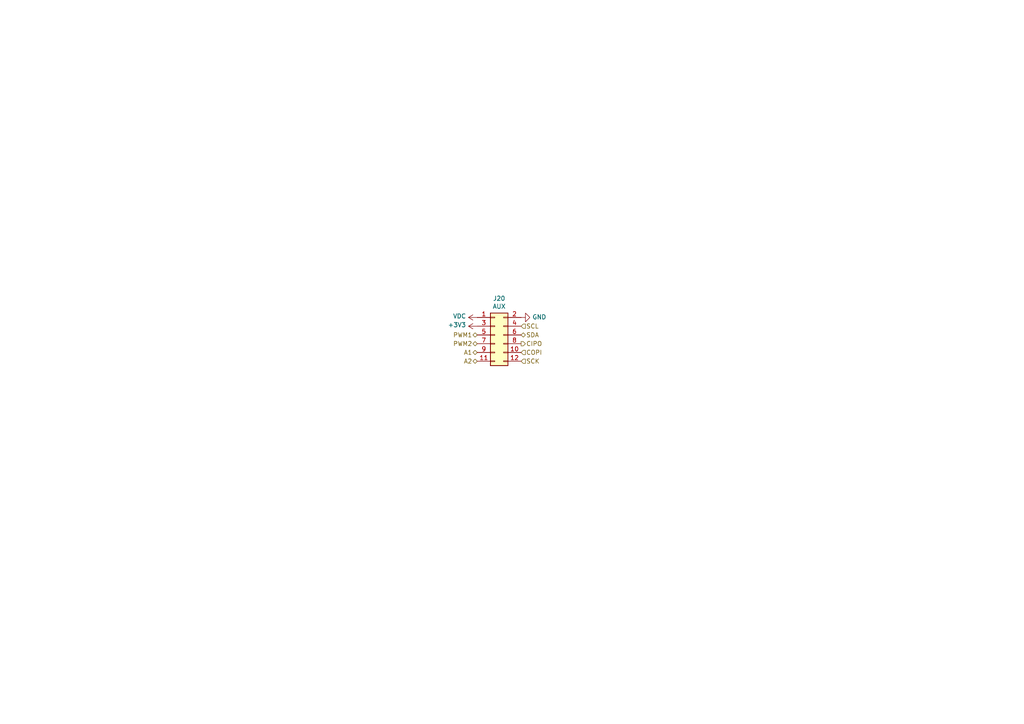
<source format=kicad_sch>
(kicad_sch (version 20211123) (generator eeschema)
  (paper "A4")
  (title_block (date "2022-03-29"))
  (lib_symbols
    (symbol "Connector_Generic:Conn_02x06_Odd_Even" (pin_names (offset 1.016) hide)
      (property "Reference" "J" (at 1.27 7.62 0))
      (property "Value" "Conn_02x06_Odd_Even" (at 1.27 -10.16 0))
      (symbol "Conn_02x06_Odd_Even_1_1"
        (rectangle (start -1.27 -7.493) (end 0 -7.747) (stroke (width 0.1524)))
        (rectangle (start -1.27 -4.953) (end 0 -5.207) (stroke (width 0.1524)))
        (rectangle (start -1.27 -2.413) (end 0 -2.667) (stroke (width 0.1524)))
        (rectangle (start -1.27 0.127) (end 0 -0.127) (stroke (width 0.1524)))
        (rectangle (start -1.27 2.667) (end 0 2.413) (stroke (width 0.1524)))
        (rectangle (start -1.27 5.207) (end 0 4.953) (stroke (width 0.1524)))
        (rectangle (start -1.27 6.35) (end 3.81 -8.89) (stroke (width 0.254)) (fill (type background)))
        (rectangle (start 3.81 -7.493) (end 2.54 -7.747) (stroke (width 0.1524)))
        (rectangle (start 3.81 -4.953) (end 2.54 -5.207) (stroke (width 0.1524)))
        (rectangle (start 3.81 -2.413) (end 2.54 -2.667) (stroke (width 0.1524)))
        (rectangle (start 3.81 0.127) (end 2.54 -0.127) (stroke (width 0.1524)))
        (rectangle (start 3.81 2.667) (end 2.54 2.413) (stroke (width 0.1524)))
        (rectangle (start 3.81 5.207) (end 2.54 4.953) (stroke (width 0.1524)))
        (pin passive line (at -5.08 5.08 0) (length 3.81) (name "Pin_1") (number "1"))
        (pin passive line (at 7.62 -5.08 180) (length 3.81) (name "Pin_10") (number "10"))
        (pin passive line (at -5.08 -7.62 0) (length 3.81) (name "Pin_11") (number "11"))
        (pin passive line (at 7.62 -7.62 180) (length 3.81) (name "Pin_12") (number "12"))
        (pin passive line (at 7.62 5.08 180) (length 3.81) (name "Pin_2") (number "2"))
        (pin passive line (at -5.08 2.54 0) (length 3.81) (name "Pin_3") (number "3"))
        (pin passive line (at 7.62 2.54 180) (length 3.81) (name "Pin_4") (number "4"))
        (pin passive line (at -5.08 0 0) (length 3.81) (name "Pin_5") (number "5"))
        (pin passive line (at 7.62 0 180) (length 3.81) (name "Pin_6") (number "6"))
        (pin passive line (at -5.08 -2.54 0) (length 3.81) (name "Pin_7") (number "7"))
        (pin passive line (at 7.62 -2.54 180) (length 3.81) (name "Pin_8") (number "8"))
        (pin passive line (at -5.08 -5.08 0) (length 3.81) (name "Pin_9") (number "9"))
      )
    )
    (symbol "power:+3.3V" (power) (pin_names (offset 0))
      (property "Value" "+3.3V" (at 0 3.556 0))
      (symbol "+3.3V_0_1"
        (polyline (pts (xy -0.762 1.27) (xy 0 2.54)))
        (polyline (pts (xy 0 0) (xy 0 2.54)))
        (polyline (pts (xy 0 2.54) (xy 0.762 1.27)))
      )
      (symbol "+3.3V_1_1"
        (pin power_in line (at 0 0 90) (length 0) hide (name "+3V3") (number "1"))
      )
    )
    (symbol "power:GND" (power) (pin_names (offset 0))
      (property "Value" "GND" (at 0 -3.81 0))
      (symbol "GND_0_1"
        (polyline (pts (xy 0 0) (xy 0 -1.27) (xy 1.27 -1.27) (xy 0 -2.54) (xy -1.27 -1.27) (xy 0 -1.27)))
      )
      (symbol "GND_1_1"
        (pin power_in line (at 0 0 270) (length 0) hide (name "GND") (number "1"))
      )
    )
    (symbol "power:VDC" (power) (pin_names (offset 0))
      (property "Value" "VDC" (at 0 6.35 0))
      (symbol "VDC_0_1"
        (polyline (pts (xy -0.762 1.27) (xy 0 2.54)))
        (polyline (pts (xy 0 0) (xy 0 2.54)))
        (polyline (pts (xy 0 2.54) (xy 0.762 1.27)))
      )
      (symbol "VDC_1_1"
        (pin power_in line (at 0 0 90) (length 0) hide (name "VDC") (number "1"))
      )
    )
  )
  (hierarchical_label "PWM1" (shape bidirectional) (at 138.43 97.155 180))
  (hierarchical_label "A2" (shape bidirectional) (at 138.43 104.775 180))
  (hierarchical_label "COPI" (shape input) (at 151.13 102.235 0))
  (hierarchical_label "A1" (shape bidirectional) (at 138.43 102.235 180))
  (hierarchical_label "CIPO" (shape output) (at 151.13 99.695 0))
  (hierarchical_label "PWM2" (shape bidirectional) (at 138.43 99.695 180))
  (hierarchical_label "SCL" (shape input) (at 151.13 94.615 0))
  (hierarchical_label "SCK" (shape input) (at 151.13 104.775 0))
  (hierarchical_label "SDA" (shape bidirectional) (at 151.13 97.155 0))
  (symbol (lib_id "power:GND") (at 151.13 92.075 90)
    (property "Reference" "#PWR0235" (effects hide))
    (property "Value" "GND" (at 154.3812 91.948 90) (effects (justify right)))
  )
  (symbol (lib_id "power:VDC") (at 138.43 92.075 90)
    (property "Reference" "#PWR0233" (effects hide))
    (property "Value" "VDC" (at 135.2042 91.694 90) (effects (justify left)))
  )
  (symbol (lib_id "Connector_Generic:Conn_02x06_Odd_Even") (at 143.51 97.155 0)
    (property "Reference" "J20" (at 144.78 86.5632 0))
    (property "Value" "AUX" (at 144.78 88.8746 0))
    (property "Footprint" "Connector_IDC:IDC-Header_2x06_P2.54mm_Vertical" (effects hide))
    (property "LCSC" "C9136" (effects hide))
  )
  (symbol (lib_id "power:+3.3V") (at 138.43 94.615 90)
    (property "Reference" "#PWR0234" (effects hide))
    (property "Value" "+3.3V" (at 135.1788 94.234 90) (effects (justify left)))
  )
)
</source>
